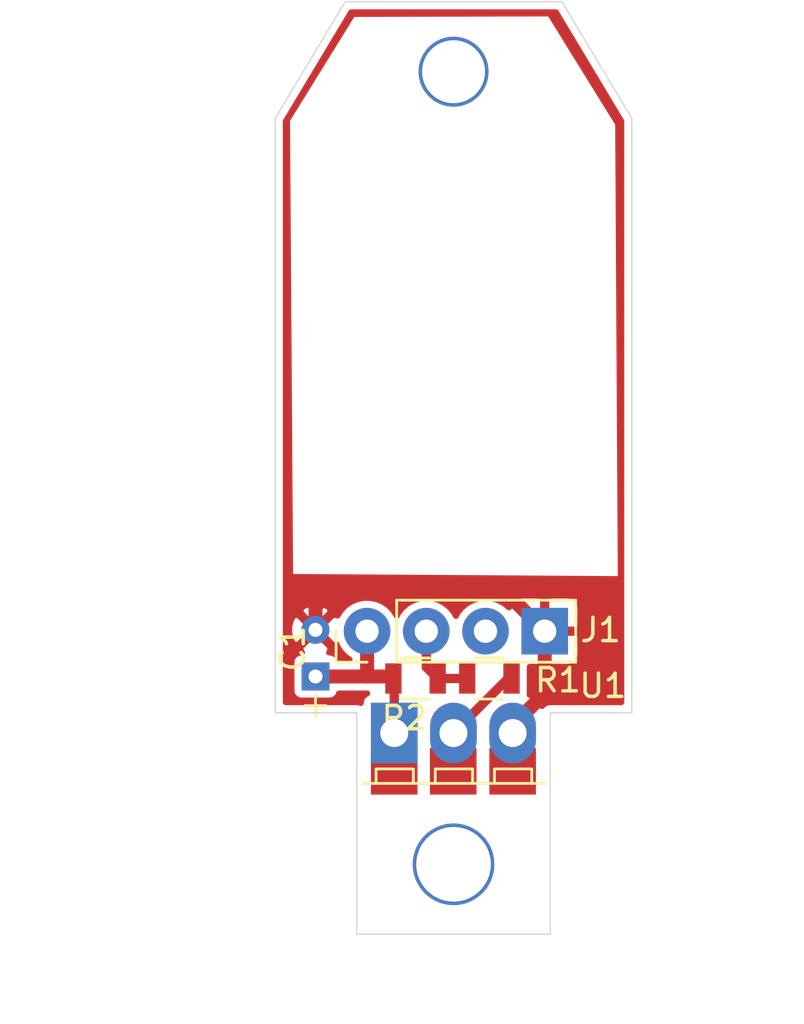
<source format=kicad_pcb>
(kicad_pcb (version 20171130) (host pcbnew "(5.1.2)-1")

  (general
    (thickness 1.6)
    (drawings 17)
    (tracks 25)
    (zones 0)
    (modules 7)
    (nets 6)
  )

  (page A4)
  (layers
    (0 F.Cu signal)
    (31 B.Cu signal hide)
    (32 B.Adhes user hide)
    (33 F.Adhes user hide)
    (34 B.Paste user)
    (35 F.Paste user)
    (36 B.SilkS user)
    (37 F.SilkS user)
    (38 B.Mask user hide)
    (39 F.Mask user hide)
    (40 Dwgs.User user hide)
    (41 Cmts.User user)
    (42 Eco1.User user hide)
    (43 Eco2.User user hide)
    (44 Edge.Cuts user)
    (45 Margin user)
    (46 B.CrtYd user hide)
    (47 F.CrtYd user)
    (48 B.Fab user)
    (49 F.Fab user)
  )

  (setup
    (last_trace_width 0.25)
    (user_trace_width 0.3)
    (user_trace_width 0.4)
    (user_trace_width 0.6)
    (trace_clearance 0.2)
    (zone_clearance 0.508)
    (zone_45_only no)
    (trace_min 0.2)
    (via_size 0.8)
    (via_drill 0.4)
    (via_min_size 0.4)
    (via_min_drill 0.3)
    (uvia_size 0.3)
    (uvia_drill 0.1)
    (uvias_allowed no)
    (uvia_min_size 0.2)
    (uvia_min_drill 0.1)
    (edge_width 0.05)
    (segment_width 0.2)
    (pcb_text_width 0.3)
    (pcb_text_size 1.5 1.5)
    (mod_edge_width 0.12)
    (mod_text_size 1 1)
    (mod_text_width 0.15)
    (pad_size 3.5 3.5)
    (pad_drill 3.2)
    (pad_to_mask_clearance 0.051)
    (solder_mask_min_width 0.25)
    (aux_axis_origin 0 0)
    (visible_elements 7FFFFFFF)
    (pcbplotparams
      (layerselection 0x010fc_ffffffff)
      (usegerberextensions false)
      (usegerberattributes false)
      (usegerberadvancedattributes false)
      (creategerberjobfile false)
      (excludeedgelayer true)
      (linewidth 0.100000)
      (plotframeref false)
      (viasonmask false)
      (mode 1)
      (useauxorigin false)
      (hpglpennumber 1)
      (hpglpenspeed 20)
      (hpglpendiameter 15.000000)
      (psnegative false)
      (psa4output false)
      (plotreference true)
      (plotvalue true)
      (plotinvisibletext false)
      (padsonsilk false)
      (subtractmaskfromsilk false)
      (outputformat 1)
      (mirror false)
      (drillshape 1)
      (scaleselection 1)
      (outputdirectory ""))
  )

  (net 0 "")
  (net 1 GNDD)
  (net 2 VDD)
  (net 3 "Net-(J1-Pad2)")
  (net 4 /DATA)
  (net 5 "Net-(U1-Pad3)")

  (net_class Default "This is the default net class."
    (clearance 0.2)
    (trace_width 0.25)
    (via_dia 0.8)
    (via_drill 0.4)
    (uvia_dia 0.3)
    (uvia_drill 0.1)
    (add_net /DATA)
    (add_net GNDD)
    (add_net "Net-(J1-Pad2)")
    (add_net "Net-(U1-Pad3)")
    (add_net VDD)
  )

  (module Pin_Headers:Pin_Header_Straight_1x04_Pitch2.54mm locked (layer F.Cu) (tedit 5EB5B793) (tstamp 5EB58F54)
    (at 3.94 27 90)
    (descr "Through hole straight pin header, 1x04, 2.54mm pitch, single row")
    (tags "Through hole pin header THT 1x04 2.54mm single row")
    (path /5EB8F09F)
    (fp_text reference U1 (at -2.34208 10.11636) (layer F.SilkS)
      (effects (font (size 1 1) (thickness 0.15)))
    )
    (fp_text value DHT22 (at 2.7176 3.8354) (layer F.Fab)
      (effects (font (size 1 1) (thickness 0.15)))
    )
    (fp_text user %R (at 2.5906 -0.254 180) (layer F.Fab)
      (effects (font (size 1 1) (thickness 0.15)))
    )
    (fp_line (start 1.8 -1.8) (end -1.8 -1.8) (layer F.CrtYd) (width 0.05))
    (fp_line (start 1.8 9.4) (end 1.8 -1.8) (layer F.CrtYd) (width 0.05))
    (fp_line (start -1.8 9.4) (end 1.8 9.4) (layer F.CrtYd) (width 0.05))
    (fp_line (start -1.8 -1.8) (end -1.8 9.4) (layer F.CrtYd) (width 0.05))
    (fp_line (start -1.33 -1.33) (end 0 -1.33) (layer F.SilkS) (width 0.12))
    (fp_line (start -1.33 0) (end -1.33 -1.33) (layer F.SilkS) (width 0.12))
    (fp_line (start -1.33 1.27) (end 1.33 1.27) (layer F.SilkS) (width 0.12))
    (fp_line (start 1.33 1.27) (end 1.33 8.95) (layer F.SilkS) (width 0.12))
    (fp_line (start -1.33 1.27) (end -1.33 8.95) (layer F.SilkS) (width 0.12))
    (fp_line (start -1.33 8.95) (end 1.33 8.95) (layer F.SilkS) (width 0.12))
    (fp_line (start -1.27 -0.635) (end -0.635 -1.27) (layer F.Fab) (width 0.1))
    (fp_line (start -1.27 8.89) (end -1.27 -0.635) (layer F.Fab) (width 0.1))
    (fp_line (start 1.27 8.89) (end -1.27 8.89) (layer F.Fab) (width 0.1))
    (fp_line (start 1.27 -1.27) (end 1.27 8.89) (layer F.Fab) (width 0.1))
    (fp_line (start -0.635 -1.27) (end 1.27 -1.27) (layer F.Fab) (width 0.1))
    (pad 4 thru_hole rect (at 0 7.62 90) (size 2 2) (drill 1) (layers *.Cu *.Mask)
      (net 1 GNDD))
    (pad 3 thru_hole oval (at 0 5.08 90) (size 2 2) (drill 1) (layers *.Cu *.Mask)
      (net 5 "Net-(U1-Pad3)"))
    (pad 2 thru_hole oval (at 0 2.54 90) (size 2 2) (drill 1) (layers *.Cu *.Mask)
      (net 4 /DATA))
    (pad 1 thru_hole circle (at 0 0 90) (size 2 2) (drill 1) (layers *.Cu *.Mask)
      (net 2 VDD))
    (model ${KISYS3DMOD}/Pin_Headers.3dshapes/Pin_Header_Straight_1x04_Pitch2.54mm.wrl
      (at (xyz 0 0 0))
      (scale (xyz 1 1 1))
      (rotate (xyz 0 0 0))
    )
  )

  (module Mounting_Holes:MountingHole_3.2mm_M3_DIN965_Pad (layer F.Cu) (tedit 5EB5B755) (tstamp 5EB5B383)
    (at 7.65 37)
    (descr "Mounting Hole 3.2mm, M3, DIN965")
    (tags "mounting hole 3.2mm m3 din965")
    (attr virtual)
    (fp_text reference e (at -0.71628 0.21844) (layer F.SilkS) hide
      (effects (font (size 1 1) (thickness 0.15)))
    )
    (fp_text value e (at 0.57404 0.05588) (layer F.Fab) hide
      (effects (font (size 1 1) (thickness 0.15)))
    )
    (fp_text user %R (at 0.3 0) (layer F.Fab)
      (effects (font (size 1 1) (thickness 0.15)))
    )
    (fp_circle (center 0 0) (end 2.8 0) (layer Cmts.User) (width 0.15))
    (fp_circle (center 0 0) (end 3.05 0) (layer F.CrtYd) (width 0.05))
    (pad 1 thru_hole circle (at 0 0) (size 3.5 3.5) (drill 3.2) (layers *.Cu *.Mask))
  )

  (module Mounting_Holes:MountingHole_2.7mm_M2.5_DIN965_Pad (layer F.Cu) (tedit 5EB5B26E) (tstamp 5EB5B234)
    (at 7.65 3)
    (descr "Mounting Hole 2.7mm, M2.5, DIN965")
    (tags "mounting hole 2.7mm m2.5 din965")
    (attr virtual)
    (fp_text reference REF** (at 0 -3.35) (layer F.SilkS) hide
      (effects (font (size 1 1) (thickness 0.15)))
    )
    (fp_text value MountingHole_2.7mm_M2.5_DIN965_Pad (at 0 3.35) (layer F.Fab)
      (effects (font (size 1 1) (thickness 0.15)))
    )
    (fp_text user %R (at 0.3 0) (layer F.Fab) hide
      (effects (font (size 1 1) (thickness 0.15)))
    )
    (fp_circle (center 0 0) (end 2.35 0) (layer Cmts.User) (width 0.15))
    (fp_circle (center 0 0) (end 2.6 0) (layer F.CrtYd) (width 0.05))
    (pad GNDD thru_hole circle (at 0 0) (size 3 3) (drill 2.7) (layers *.Cu *.Mask))
  )

  (module Connectors_Molex:Molex_KK-6410-03_03x2.54mm_Straight locked (layer F.Cu) (tedit 5EB5945D) (tstamp 5EB5971A)
    (at 5.1054 31.369)
    (descr "Connector Headers with Friction Lock, 22-27-2031, http://www.molex.com/pdm_docs/sd/022272021_sd.pdf")
    (tags "connector molex kk_6410 22-27-2031")
    (path /5EB9012A)
    (fp_text reference J1 (at 8.85444 -4.4196) (layer F.SilkS)
      (effects (font (size 1 1) (thickness 0.15)))
    )
    (fp_text value DHT22 (at 2.3 2.34) (layer F.Fab)
      (effects (font (size 1 1) (thickness 0.15)))
    )
    (fp_text user %R (at 2.54 0) (layer F.Fab)
      (effects (font (size 1 1) (thickness 0.15)))
    )
    (fp_line (start -0.78 1.54) (end -0.78 2.16) (layer F.SilkS) (width 0.12))
    (fp_line (start 0.82 1.54) (end -0.78 1.54) (layer F.SilkS) (width 0.12))
    (fp_line (start 0.82 2.16) (end 0.82 1.54) (layer F.SilkS) (width 0.12))
    (fp_line (start 1.76 1.54) (end 1.76 2.16) (layer F.SilkS) (width 0.12))
    (fp_line (start 3.36 1.54) (end 1.76 1.54) (layer F.SilkS) (width 0.12))
    (fp_line (start 3.36 2.16) (end 3.36 1.54) (layer F.SilkS) (width 0.12))
    (fp_line (start 4.3 1.54) (end 4.3 2.16) (layer F.SilkS) (width 0.12))
    (fp_line (start 5.9 1.54) (end 4.3 1.54) (layer F.SilkS) (width 0.12))
    (fp_line (start 5.9 2.16) (end 5.9 1.54) (layer F.SilkS) (width 0.12))
    (fp_line (start -1.35 2.16) (end 6.47 2.16) (layer F.SilkS) (width 0.12))
    (fp_line (start -1.45 2.26) (end 6.57 2.26) (layer F.Fab) (width 0.12))
    (fp_line (start -1.45 2.42) (end -1.45 12.42) (layer Dwgs.User) (width 0.12))
    (fp_line (start 6.57 2.42) (end 6.57 12.42) (layer Dwgs.User) (width 0.12))
    (fp_line (start -1.45 12.42) (end 6.57 12.42) (layer Dwgs.User) (width 0.12))
    (fp_line (start -1.47 3.82) (end 6.57 3.82) (layer Dwgs.User) (width 0.12))
    (fp_line (start -1.45 2.26) (end -1.45 1.54) (layer Dwgs.User) (width 0.12))
    (fp_line (start -1.45 1.54) (end 6.57 1.54) (layer Dwgs.User) (width 0.12))
    (fp_line (start 6.57 1.54) (end 6.57 2.27) (layer Dwgs.User) (width 0.12))
    (fp_line (start -1.43 2.26) (end 6.56 2.26) (layer Dwgs.User) (width 0.12))
    (pad 3 thru_hole oval (at 5.08 0) (size 2 2.6) (drill 1.2) (layers *.Cu *.Mask)
      (net 1 GNDD))
    (pad 2 thru_hole oval (at 2.54 0) (size 2 2.6) (drill 1.2) (layers *.Cu *.Mask)
      (net 3 "Net-(J1-Pad2)"))
    (pad 1 thru_hole rect (at 0 0) (size 2 2.6) (drill 1.2) (layers *.Cu *.Mask)
      (net 2 VDD))
    (pad 1 smd rect (at 0 1.64) (size 2 2) (layers F.Cu F.Paste F.Mask)
      (net 2 VDD))
    (pad 2 smd rect (at 2.53 1.64) (size 2 2) (layers F.Cu F.Paste F.Mask)
      (net 3 "Net-(J1-Pad2)"))
    (pad 3 smd rect (at 5.08 1.64) (size 2 2) (layers F.Cu F.Paste F.Mask)
      (net 1 GNDD))
    (model ${KISYS3DMOD}/Connectors_Molex.3dshapes/Molex_KK-6410-03_03x2.54mm_Straight.wrl
      (at (xyz 0 0 0))
      (scale (xyz 1 1 1))
      (rotate (xyz 0 0 0))
    )
  )

  (module Capacitors_THT:CP_Radial_D4.0mm_P2.00mm (layer F.Cu) (tedit 5EB58D2F) (tstamp 5EB5A296)
    (at 1.7272 28.9433 90)
    (descr "CP, Radial series, Radial, pin pitch=2.00mm, , diameter=4mm, Electrolytic Capacitor")
    (tags "CP Radial series Radial pin pitch 2.00mm  diameter 4mm Electrolytic Capacitor")
    (path /5EB90C40)
    (fp_text reference C1 (at 1.19126 -0.98044 270) (layer F.SilkS)
      (effects (font (size 1 1) (thickness 0.15)))
    )
    (fp_text value 10uFx6v3 (at 6.477 0 90) (layer F.Fab)
      (effects (font (size 1 1) (thickness 0.15)))
    )
    (fp_text user %R (at -0.0254 1.6002 90) (layer F.Fab)
      (effects (font (size 1 1) (thickness 0.15)))
    )
    (fp_line (start -1.25 -0.45) (end -1.25 0.45) (layer F.SilkS) (width 0.12))
    (fp_line (start -1.7 0) (end -0.8 0) (layer F.SilkS) (width 0.12))
    (fp_line (start -1.25 -0.45) (end -1.25 0.45) (layer F.Fab) (width 0.1))
    (fp_line (start -1.7 0) (end -0.8 0) (layer F.Fab) (width 0.1))
    (pad 2 thru_hole circle (at 2 0 90) (size 1.2 1.2) (drill 0.6) (layers *.Cu *.Mask)
      (net 1 GNDD))
    (pad 1 thru_hole rect (at 0 0 90) (size 1.2 1.2) (drill 0.6) (layers *.Cu *.Mask)
      (net 2 VDD))
    (model ${KISYS3DMOD}/Capacitors_THT.3dshapes/CP_Radial_D4.0mm_P2.00mm.wrl
      (at (xyz 0 0 0))
      (scale (xyz 1 1 1))
      (rotate (xyz 0 0 0))
    )
  )

  (module Resistors_SMD:R_0805 (layer F.Cu) (tedit 58E0A804) (tstamp 5EB5AFB5)
    (at 9.18718 29.02966)
    (descr "Resistor SMD 0805, reflow soldering, Vishay (see dcrcw.pdf)")
    (tags "resistor 0805")
    (path /5EB932EC)
    (attr smd)
    (fp_text reference R1 (at 2.93878 0.07366) (layer F.SilkS)
      (effects (font (size 1 1) (thickness 0.15)))
    )
    (fp_text value 100 (at 0 1.75) (layer F.Fab)
      (effects (font (size 1 1) (thickness 0.15)))
    )
    (fp_line (start 1.55 0.9) (end -1.55 0.9) (layer F.CrtYd) (width 0.05))
    (fp_line (start 1.55 0.9) (end 1.55 -0.9) (layer F.CrtYd) (width 0.05))
    (fp_line (start -1.55 -0.9) (end -1.55 0.9) (layer F.CrtYd) (width 0.05))
    (fp_line (start -1.55 -0.9) (end 1.55 -0.9) (layer F.CrtYd) (width 0.05))
    (fp_line (start -0.6 -0.88) (end 0.6 -0.88) (layer F.SilkS) (width 0.12))
    (fp_line (start 0.6 0.88) (end -0.6 0.88) (layer F.SilkS) (width 0.12))
    (fp_line (start -1 -0.62) (end 1 -0.62) (layer F.Fab) (width 0.1))
    (fp_line (start 1 -0.62) (end 1 0.62) (layer F.Fab) (width 0.1))
    (fp_line (start 1 0.62) (end -1 0.62) (layer F.Fab) (width 0.1))
    (fp_line (start -1 0.62) (end -1 -0.62) (layer F.Fab) (width 0.1))
    (fp_text user %R (at 0 0) (layer F.Fab)
      (effects (font (size 0.5 0.5) (thickness 0.075)))
    )
    (pad 2 smd rect (at 0.95 0) (size 0.7 1.3) (layers F.Cu F.Paste F.Mask)
      (net 3 "Net-(J1-Pad2)"))
    (pad 1 smd rect (at -0.95 0) (size 0.7 1.3) (layers F.Cu F.Paste F.Mask)
      (net 4 /DATA))
    (model ${KISYS3DMOD}/Resistors_SMD.3dshapes/R_0805.wrl
      (at (xyz 0 0 0))
      (scale (xyz 1 1 1))
      (rotate (xyz 0 0 0))
    )
  )

  (module Resistors_SMD:R_0805 (layer F.Cu) (tedit 58E0A804) (tstamp 5EB5A46B)
    (at 6.0198 29.02966 180)
    (descr "Resistor SMD 0805, reflow soldering, Vishay (see dcrcw.pdf)")
    (tags "resistor 0805")
    (path /5EB940EF)
    (attr smd)
    (fp_text reference R2 (at 0.47752 -1.69926) (layer F.SilkS)
      (effects (font (size 1 1) (thickness 0.15)))
    )
    (fp_text value 10k (at 0 1.75) (layer F.Fab)
      (effects (font (size 1 1) (thickness 0.15)))
    )
    (fp_text user %R (at 0 0) (layer F.Fab)
      (effects (font (size 0.5 0.5) (thickness 0.075)))
    )
    (fp_line (start -1 0.62) (end -1 -0.62) (layer F.Fab) (width 0.1))
    (fp_line (start 1 0.62) (end -1 0.62) (layer F.Fab) (width 0.1))
    (fp_line (start 1 -0.62) (end 1 0.62) (layer F.Fab) (width 0.1))
    (fp_line (start -1 -0.62) (end 1 -0.62) (layer F.Fab) (width 0.1))
    (fp_line (start 0.6 0.88) (end -0.6 0.88) (layer F.SilkS) (width 0.12))
    (fp_line (start -0.6 -0.88) (end 0.6 -0.88) (layer F.SilkS) (width 0.12))
    (fp_line (start -1.55 -0.9) (end 1.55 -0.9) (layer F.CrtYd) (width 0.05))
    (fp_line (start -1.55 -0.9) (end -1.55 0.9) (layer F.CrtYd) (width 0.05))
    (fp_line (start 1.55 0.9) (end 1.55 -0.9) (layer F.CrtYd) (width 0.05))
    (fp_line (start 1.55 0.9) (end -1.55 0.9) (layer F.CrtYd) (width 0.05))
    (pad 1 smd rect (at -0.95 0 180) (size 0.7 1.3) (layers F.Cu F.Paste F.Mask)
      (net 4 /DATA))
    (pad 2 smd rect (at 0.95 0 180) (size 0.7 1.3) (layers F.Cu F.Paste F.Mask)
      (net 2 VDD))
    (model ${KISYS3DMOD}/Resistors_SMD.3dshapes/R_0805.wrl
      (at (xyz 0 0 0))
      (scale (xyz 1 1 1))
      (rotate (xyz 0 0 0))
    )
  )

  (dimension 40 (width 0.15) (layer F.Fab)
    (gr_text "40,000 mm" (at 19.89788 20 90) (layer F.Fab)
      (effects (font (size 1 1) (thickness 0.15)))
    )
    (feature1 (pts (xy 11.8 0) (xy 19.184301 0)))
    (feature2 (pts (xy 11.8 40) (xy 19.184301 40)))
    (crossbar (pts (xy 18.59788 40) (xy 18.59788 0)))
    (arrow1a (pts (xy 18.59788 0) (xy 19.184301 1.126504)))
    (arrow1b (pts (xy 18.59788 0) (xy 18.011459 1.126504)))
    (arrow2a (pts (xy 18.59788 40) (xy 19.184301 38.873496)))
    (arrow2b (pts (xy 18.59788 40) (xy 18.011459 38.873496)))
  )
  (dimension 31.369 (width 0.15) (layer F.Fab)
    (gr_text "31,369 mm" (at -8.14276 15.6845 90) (layer F.Fab)
      (effects (font (size 1 1) (thickness 0.15)))
    )
    (feature1 (pts (xy 5.1054 0) (xy -7.429181 0)))
    (feature2 (pts (xy 5.1054 31.369) (xy -7.429181 31.369)))
    (crossbar (pts (xy -6.84276 31.369) (xy -6.84276 0)))
    (arrow1a (pts (xy -6.84276 0) (xy -6.256339 1.126504)))
    (arrow1b (pts (xy -6.84276 0) (xy -7.429181 1.126504)))
    (arrow2a (pts (xy -6.84276 31.369) (xy -6.256339 30.242496)))
    (arrow2b (pts (xy -6.84276 31.369) (xy -7.429181 30.242496)))
  )
  (dimension 27 (width 0.15) (layer F.Fab)
    (gr_text "27,000 mm" (at -4.45468 13.5 90) (layer F.Fab)
      (effects (font (size 1 1) (thickness 0.15)))
    )
    (feature1 (pts (xy 3.94 0) (xy -3.741101 0)))
    (feature2 (pts (xy 3.94 27) (xy -3.741101 27)))
    (crossbar (pts (xy -3.15468 27) (xy -3.15468 0)))
    (arrow1a (pts (xy -3.15468 0) (xy -2.568259 1.126504)))
    (arrow1b (pts (xy -3.15468 0) (xy -3.741101 1.126504)))
    (arrow2a (pts (xy -3.15468 27) (xy -2.568259 25.873496)))
    (arrow2b (pts (xy -3.15468 27) (xy -3.741101 25.873496)))
  )
  (gr_line (start 3.5 40) (end 11.8 40) (layer Edge.Cuts) (width 0.05))
  (gr_line (start 11.8 30.5) (end 11.8 40) (layer Edge.Cuts) (width 0.05) (tstamp 5EB5AAD0))
  (gr_line (start 15.3 30.5) (end 11.8 30.5) (layer Edge.Cuts) (width 0.05))
  (gr_line (start 3.5 30.5) (end 3.5 40) (layer Edge.Cuts) (width 0.05))
  (gr_line (start 0 30.5) (end 3.5 30.5) (layer Edge.Cuts) (width 0.05))
  (gr_line (start 15.3 5) (end 15.3 30.5) (layer Edge.Cuts) (width 0.05))
  (gr_line (start 0 5) (end 0 30.5) (layer Edge.Cuts) (width 0.05))
  (gr_line (start 12.3 0) (end 15.3 5) (layer Edge.Cuts) (width 0.05))
  (gr_line (start 3 0) (end 12.3 0) (layer Edge.Cuts) (width 0.05))
  (gr_line (start 0 5) (end 3 0) (layer Edge.Cuts) (width 0.05))
  (gr_line (start 0 40) (end 15.3 40) (layer Margin) (width 0.15) (tstamp 5EB587E8))
  (gr_line (start 15.3 0) (end 15.3 40) (layer Margin) (width 0.15) (tstamp 5EB587E0))
  (gr_line (start 0 0) (end 0 40) (layer Margin) (width 0.15))
  (gr_line (start 0 0) (end 15.3 0) (layer Margin) (width 0.15))

  (segment (start 10.1854 31.369) (end 10.1854 33.009) (width 0.4) (layer F.Cu) (net 1))
  (segment (start 1.7272 25.9334) (end 2.32156 25.33904) (width 0.6) (layer F.Cu) (net 1))
  (segment (start 9.89904 25.33904) (end 11.56 27) (width 0.6) (layer F.Cu) (net 1))
  (segment (start 2.32156 25.33904) (end 9.89904 25.33904) (width 0.6) (layer F.Cu) (net 1))
  (segment (start 1.7272 26.9433) (end 1.7272 25.9334) (width 0.6) (layer F.Cu) (net 1))
  (segment (start 10.1854 31.04388) (end 10.1854 31.369) (width 0.6) (layer F.Cu) (net 1))
  (segment (start 11.56 27) (end 11.56 29.66928) (width 0.6) (layer F.Cu) (net 1))
  (segment (start 11.56 29.66928) (end 10.1854 31.04388) (width 0.6) (layer F.Cu) (net 1))
  (segment (start 5.1054 31.369) (end 5.1054 33.009) (width 0.4) (layer F.Cu) (net 2))
  (segment (start 5.1054 31.369) (end 5.1054 30.5816) (width 0.6) (layer F.Cu) (net 2))
  (segment (start 5.1054 29.06526) (end 5.0698 29.02966) (width 0.4) (layer F.Cu) (net 2))
  (segment (start 5.1054 31.369) (end 5.1054 29.06526) (width 0.4) (layer F.Cu) (net 2))
  (segment (start 4.98344 28.9433) (end 5.0698 29.02966) (width 0.6) (layer F.Cu) (net 2))
  (segment (start 1.7272 28.9433) (end 3.90906 28.9433) (width 0.6) (layer F.Cu) (net 2))
  (segment (start 3.90906 28.9433) (end 4.98344 28.9433) (width 0.6) (layer F.Cu) (net 2))
  (segment (start 3.94 28.91236) (end 3.90906 28.9433) (width 0.6) (layer F.Cu) (net 2))
  (segment (start 3.94 27) (end 3.94 28.91236) (width 0.6) (layer F.Cu) (net 2))
  (segment (start 7.6454 31.369) (end 7.6454 32.999) (width 0.4) (layer F.Cu) (net 3))
  (segment (start 7.6454 32.999) (end 7.6354 33.009) (width 0.4) (layer F.Cu) (net 3))
  (segment (start 9.98474 29.02966) (end 7.6454 31.369) (width 0.4) (layer F.Cu) (net 3))
  (segment (start 10.13718 29.02966) (end 9.98474 29.02966) (width 0.4) (layer F.Cu) (net 3))
  (segment (start 8.22244 29.01492) (end 8.23718 29.02966) (width 0.4) (layer F.Cu) (net 4))
  (segment (start 6.9698 29.02966) (end 8.23718 29.02966) (width 0.4) (layer F.Cu) (net 4))
  (segment (start 6.48 28.53986) (end 6.9698 29.02966) (width 0.4) (layer F.Cu) (net 4))
  (segment (start 6.48 27) (end 6.48 28.53986) (width 0.4) (layer F.Cu) (net 4))

  (zone (net 1) (net_name GNDD) (layer F.Cu) (tstamp 0) (hatch edge 0.508)
    (connect_pads (clearance 0.3))
    (min_thickness 0.254)
    (fill yes (arc_segments 32) (thermal_gap 0.4) (thermal_bridge_width 0.4))
    (polygon
      (pts
        (xy 11.80084 30.50032) (xy 15.29588 30.50032) (xy 15.29588 4.99872) (xy 12.30376 0) (xy 3.00228 0)
        (xy 0 5.0038) (xy 0 30.50032)
      )
    )
    (filled_polygon
      (pts
        (xy 14.848 5.125197) (xy 14.848001 30.048) (xy 11.822205 30.048) (xy 11.8 30.045813) (xy 11.777795 30.048)
        (xy 11.711393 30.05454) (xy 11.62619 30.080386) (xy 11.547667 30.122357) (xy 11.478841 30.178841) (xy 11.448142 30.216247)
        (xy 11.414498 30.159947) (xy 11.213534 29.937629) (xy 10.973059 29.758789) (xy 10.911338 29.729497) (xy 10.916246 29.67966)
        (xy 10.916246 28.528408) (xy 11.35525 28.527) (xy 11.487 28.39525) (xy 11.487 27.073) (xy 11.633 27.073)
        (xy 11.633 28.39525) (xy 11.76475 28.527) (xy 12.56 28.52955) (xy 12.66331 28.519375) (xy 12.76265 28.48924)
        (xy 12.854202 28.440305) (xy 12.934448 28.374448) (xy 13.000305 28.294202) (xy 13.04924 28.20265) (xy 13.079375 28.10331)
        (xy 13.08955 28) (xy 13.087 27.20475) (xy 12.95525 27.073) (xy 11.633 27.073) (xy 11.487 27.073)
        (xy 11.467 27.073) (xy 11.467 26.927) (xy 11.487 26.927) (xy 11.487 25.60475) (xy 11.633 25.60475)
        (xy 11.633 26.927) (xy 12.95525 26.927) (xy 13.087 26.79525) (xy 13.08955 26) (xy 13.079375 25.89669)
        (xy 13.04924 25.79735) (xy 13.000305 25.705798) (xy 12.934448 25.625552) (xy 12.854202 25.559695) (xy 12.76265 25.51076)
        (xy 12.66331 25.480625) (xy 12.56 25.47045) (xy 11.76475 25.473) (xy 11.633 25.60475) (xy 11.487 25.60475)
        (xy 11.35525 25.473) (xy 10.56 25.47045) (xy 10.45669 25.480625) (xy 10.35735 25.51076) (xy 10.265798 25.559695)
        (xy 10.185552 25.625552) (xy 10.119695 25.705798) (xy 10.07076 25.79735) (xy 10.040625 25.89669) (xy 10.031978 25.984481)
        (xy 9.816634 25.807752) (xy 9.568731 25.675245) (xy 9.299741 25.593648) (xy 9.090098 25.573) (xy 8.949902 25.573)
        (xy 8.740259 25.593648) (xy 8.471269 25.675245) (xy 8.223366 25.807752) (xy 8.006077 25.986077) (xy 7.827752 26.203366)
        (xy 7.75 26.34883) (xy 7.672248 26.203366) (xy 7.493923 25.986077) (xy 7.276634 25.807752) (xy 7.028731 25.675245)
        (xy 6.759741 25.593648) (xy 6.550098 25.573) (xy 6.409902 25.573) (xy 6.200259 25.593648) (xy 5.931269 25.675245)
        (xy 5.683366 25.807752) (xy 5.466077 25.986077) (xy 5.287752 26.203366) (xy 5.212733 26.343717) (xy 5.204591 26.324062)
        (xy 5.048424 26.09034) (xy 4.84966 25.891576) (xy 4.615938 25.735409) (xy 4.356241 25.627838) (xy 4.080547 25.573)
        (xy 3.799453 25.573) (xy 3.523759 25.627838) (xy 3.264062 25.735409) (xy 3.03034 25.891576) (xy 2.831576 26.09034)
        (xy 2.675409 26.324062) (xy 2.670953 26.334819) (xy 2.484538 26.2892) (xy 1.830438 26.9433) (xy 2.484538 27.5974)
        (xy 2.628304 27.562218) (xy 2.675409 27.675938) (xy 2.831576 27.90966) (xy 3.03034 28.108424) (xy 3.191789 28.2163)
        (xy 2.734889 28.2163) (xy 2.723605 28.179104) (xy 2.683955 28.104924) (xy 2.630595 28.039905) (xy 2.565576 27.986545)
        (xy 2.491396 27.946895) (xy 2.410907 27.922478) (xy 2.3272 27.914234) (xy 2.306659 27.914234) (xy 2.332396 27.900477)
        (xy 2.3813 27.700638) (xy 1.7272 27.046538) (xy 1.0731 27.700638) (xy 1.122004 27.900477) (xy 1.149381 27.914234)
        (xy 1.1272 27.914234) (xy 1.043493 27.922478) (xy 0.963004 27.946895) (xy 0.888824 27.986545) (xy 0.823805 28.039905)
        (xy 0.770445 28.104924) (xy 0.730795 28.179104) (xy 0.706378 28.259593) (xy 0.698134 28.3433) (xy 0.698134 29.5433)
        (xy 0.706378 29.627007) (xy 0.730795 29.707496) (xy 0.770445 29.781676) (xy 0.823805 29.846695) (xy 0.888824 29.900055)
        (xy 0.963004 29.939705) (xy 1.043493 29.964122) (xy 1.1272 29.972366) (xy 2.3272 29.972366) (xy 2.410907 29.964122)
        (xy 2.491396 29.939705) (xy 2.565576 29.900055) (xy 2.630595 29.846695) (xy 2.683955 29.781676) (xy 2.723605 29.707496)
        (xy 2.734889 29.6703) (xy 3.873352 29.6703) (xy 3.90906 29.673817) (xy 3.944768 29.6703) (xy 3.948769 29.6703)
        (xy 3.941204 29.672595) (xy 3.867024 29.712245) (xy 3.802005 29.765605) (xy 3.748645 29.830624) (xy 3.708995 29.904804)
        (xy 3.684578 29.985293) (xy 3.676334 30.069) (xy 3.676334 30.081735) (xy 3.67381 30.080386) (xy 3.588607 30.05454)
        (xy 3.522205 30.048) (xy 3.5 30.045813) (xy 3.477795 30.048) (xy 0.452 30.048) (xy 0.452 26.971877)
        (xy 0.595106 26.971877) (xy 0.622434 27.192188) (xy 0.692218 27.402935) (xy 0.770023 27.548496) (xy 0.969862 27.5974)
        (xy 1.623962 26.9433) (xy 0.969862 26.2892) (xy 0.770023 26.338104) (xy 0.670346 26.536468) (xy 0.611284 26.750467)
        (xy 0.595106 26.971877) (xy 0.452 26.971877) (xy 0.452 26.185962) (xy 1.0731 26.185962) (xy 1.7272 26.840062)
        (xy 2.3813 26.185962) (xy 2.332396 25.986123) (xy 2.134032 25.886446) (xy 1.920033 25.827384) (xy 1.698623 25.811206)
        (xy 1.478312 25.838534) (xy 1.267565 25.908318) (xy 1.122004 25.986123) (xy 1.0731 26.185962) (xy 0.452 26.185962)
        (xy 0.452 5.125195) (xy 0.458907 5.113682) (xy 0.502934 5.113682) (xy 0.505008 5.138492) (xy 0.509275 5.153345)
        (xy 0.508003 5.167217) (xy 0.638813 24.547417) (xy 0.64109 24.570518) (xy 0.648161 24.59439) (xy 0.659752 24.616423)
        (xy 0.67542 24.635771) (xy 0.694561 24.651691) (xy 0.71644 24.663571) (xy 0.740216 24.670954) (xy 0.764976 24.673557)
        (xy 14.694336 24.764997) (xy 14.720656 24.762416) (xy 14.744439 24.755054) (xy 14.766328 24.743193) (xy 14.785483 24.727289)
        (xy 14.801167 24.707954) (xy 14.812778 24.685931) (xy 14.819869 24.662066) (xy 14.822168 24.637276) (xy 14.711678 5.257076)
        (xy 14.709399 5.233841) (xy 14.702329 5.209969) (xy 14.690737 5.187936) (xy 14.675069 5.168588) (xy 14.660364 5.156358)
        (xy 11.817389 0.563081) (xy 11.798983 0.539898) (xy 11.779699 0.524151) (xy 11.757714 0.512469) (xy 11.733872 0.5053)
        (xy 11.70909 0.50292) (xy 3.39313 0.52324) (xy 3.364337 0.526619) (xy 3.34078 0.534672) (xy 3.319245 0.547167)
        (xy 3.300562 0.563622) (xy 3.285448 0.583406) (xy 2.045424 2.587047) (xy 0.521928 5.048726) (xy 0.513319 5.06523)
        (xy 0.50574 5.088945) (xy 0.502934 5.113682) (xy 0.458907 5.113682) (xy 3.255918 0.452) (xy 12.044082 0.452)
      )
    )
  )
  (zone (net 0) (net_name "") (layer F.Cu) (tstamp 0) (hatch edge 0.508)
    (connect_pads (clearance 0.508))
    (min_thickness 0.254)
    (keepout (tracks allowed) (vias allowed) (copperpour not_allowed))
    (fill (arc_segments 32) (thermal_gap 0.508) (thermal_bridge_width 0.508))
    (polygon
      (pts
        (xy 11.7094 0.62992) (xy 14.56436 5.24256) (xy 8.06704 5.20192) (xy 9.35736 3.86588) (xy 9.56056 2.54)
        (xy 9.0678 1.60528) (xy 7.747 1.2192) (xy 6.24332 1.6764) (xy 5.75056 2.55524) (xy 5.77596 3.6576)
        (xy 7.15507 5.209099) (xy 14.58468 5.2578) (xy 14.69517 24.638) (xy 0.76581 24.54656) (xy 0.635 5.16636)
        (xy 6.797662 5.206756) (xy 0.62992 5.11556) (xy 3.39344 0.65024)
      )
    )
  )
)

</source>
